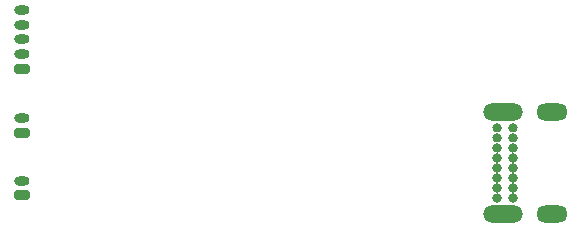
<source format=gbr>
%TF.GenerationSoftware,KiCad,Pcbnew,9.0.2-9.0.2-0~ubuntu22.04.1*%
%TF.CreationDate,2025-07-24T10:37:48-04:00*%
%TF.ProjectId,jarvis,6a617276-6973-42e6-9b69-6361645f7063,rev?*%
%TF.SameCoordinates,Original*%
%TF.FileFunction,Soldermask,Bot*%
%TF.FilePolarity,Negative*%
%FSLAX46Y46*%
G04 Gerber Fmt 4.6, Leading zero omitted, Abs format (unit mm)*
G04 Created by KiCad (PCBNEW 9.0.2-9.0.2-0~ubuntu22.04.1) date 2025-07-24 10:37:48*
%MOMM*%
%LPD*%
G01*
G04 APERTURE LIST*
G04 Aperture macros list*
%AMRoundRect*
0 Rectangle with rounded corners*
0 $1 Rounding radius*
0 $2 $3 $4 $5 $6 $7 $8 $9 X,Y pos of 4 corners*
0 Add a 4 corners polygon primitive as box body*
4,1,4,$2,$3,$4,$5,$6,$7,$8,$9,$2,$3,0*
0 Add four circle primitives for the rounded corners*
1,1,$1+$1,$2,$3*
1,1,$1+$1,$4,$5*
1,1,$1+$1,$6,$7*
1,1,$1+$1,$8,$9*
0 Add four rect primitives between the rounded corners*
20,1,$1+$1,$2,$3,$4,$5,0*
20,1,$1+$1,$4,$5,$6,$7,0*
20,1,$1+$1,$6,$7,$8,$9,0*
20,1,$1+$1,$8,$9,$2,$3,0*%
G04 Aperture macros list end*
%ADD10C,0.387500*%
%ADD11RoundRect,0.200000X0.450000X-0.200000X0.450000X0.200000X-0.450000X0.200000X-0.450000X-0.200000X0*%
%ADD12O,1.300000X0.800000*%
%ADD13O,2.652400X1.452400*%
%ADD14O,3.352400X1.452400*%
G04 APERTURE END LIST*
D10*
%TO.C,U2*%
X176463750Y-120280000D02*
G75*
G02*
X176076250Y-120280000I-193750J0D01*
G01*
X176076250Y-120280000D02*
G75*
G02*
X176463750Y-120280000I193750J0D01*
G01*
X176463750Y-121130000D02*
G75*
G02*
X176076250Y-121130000I-193750J0D01*
G01*
X176076250Y-121130000D02*
G75*
G02*
X176463750Y-121130000I193750J0D01*
G01*
X176463750Y-121980000D02*
G75*
G02*
X176076250Y-121980000I-193750J0D01*
G01*
X176076250Y-121980000D02*
G75*
G02*
X176463750Y-121980000I193750J0D01*
G01*
X176463750Y-122830000D02*
G75*
G02*
X176076250Y-122830000I-193750J0D01*
G01*
X176076250Y-122830000D02*
G75*
G02*
X176463750Y-122830000I193750J0D01*
G01*
X176463750Y-123680000D02*
G75*
G02*
X176076250Y-123680000I-193750J0D01*
G01*
X176076250Y-123680000D02*
G75*
G02*
X176463750Y-123680000I193750J0D01*
G01*
X176463750Y-124530000D02*
G75*
G02*
X176076250Y-124530000I-193750J0D01*
G01*
X176076250Y-124530000D02*
G75*
G02*
X176463750Y-124530000I193750J0D01*
G01*
X176463750Y-125380000D02*
G75*
G02*
X176076250Y-125380000I-193750J0D01*
G01*
X176076250Y-125380000D02*
G75*
G02*
X176463750Y-125380000I193750J0D01*
G01*
X176463750Y-126230000D02*
G75*
G02*
X176076250Y-126230000I-193750J0D01*
G01*
X176076250Y-126230000D02*
G75*
G02*
X176463750Y-126230000I193750J0D01*
G01*
X177813750Y-120280000D02*
G75*
G02*
X177426250Y-120280000I-193750J0D01*
G01*
X177426250Y-120280000D02*
G75*
G02*
X177813750Y-120280000I193750J0D01*
G01*
X177813750Y-121130000D02*
G75*
G02*
X177426250Y-121130000I-193750J0D01*
G01*
X177426250Y-121130000D02*
G75*
G02*
X177813750Y-121130000I193750J0D01*
G01*
X177813750Y-121980000D02*
G75*
G02*
X177426250Y-121980000I-193750J0D01*
G01*
X177426250Y-121980000D02*
G75*
G02*
X177813750Y-121980000I193750J0D01*
G01*
X177813750Y-122830000D02*
G75*
G02*
X177426250Y-122830000I-193750J0D01*
G01*
X177426250Y-122830000D02*
G75*
G02*
X177813750Y-122830000I193750J0D01*
G01*
X177813750Y-123680000D02*
G75*
G02*
X177426250Y-123680000I-193750J0D01*
G01*
X177426250Y-123680000D02*
G75*
G02*
X177813750Y-123680000I193750J0D01*
G01*
X177813750Y-124530000D02*
G75*
G02*
X177426250Y-124530000I-193750J0D01*
G01*
X177426250Y-124530000D02*
G75*
G02*
X177813750Y-124530000I193750J0D01*
G01*
X177813750Y-125380000D02*
G75*
G02*
X177426250Y-125380000I-193750J0D01*
G01*
X177426250Y-125380000D02*
G75*
G02*
X177813750Y-125380000I193750J0D01*
G01*
X177813750Y-126230000D02*
G75*
G02*
X177426250Y-126230000I-193750J0D01*
G01*
X177426250Y-126230000D02*
G75*
G02*
X177813750Y-126230000I193750J0D01*
G01*
%TD*%
D11*
%TO.C,J2*%
X136010000Y-115290000D03*
D12*
X136010000Y-114040000D03*
X136010000Y-112790000D03*
X136010000Y-111540000D03*
X136010000Y-110290000D03*
%TD*%
D11*
%TO.C,J1*%
X136040000Y-120685000D03*
D12*
X136040000Y-119435000D03*
%TD*%
D11*
%TO.C,J3*%
X136020000Y-125995000D03*
D12*
X136020000Y-124745000D03*
%TD*%
D13*
%TO.C,U2*%
X180920000Y-127575000D03*
X180920000Y-118935000D03*
D14*
X176770000Y-127575000D03*
X176770000Y-118935000D03*
%TD*%
M02*

</source>
